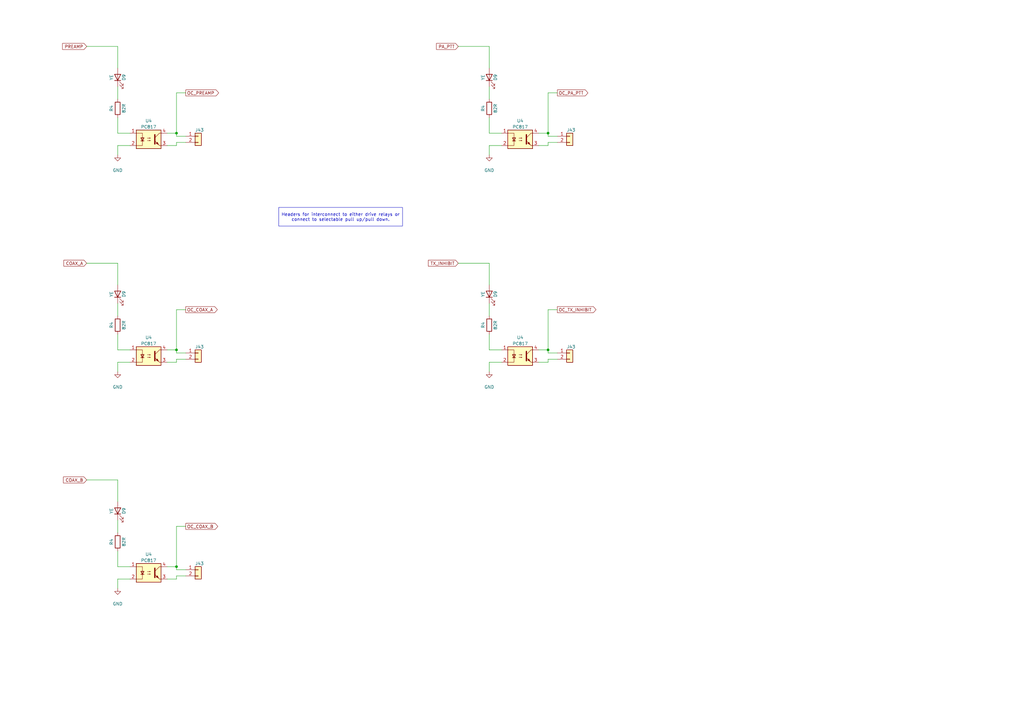
<source format=kicad_sch>
(kicad_sch (version 20230121) (generator eeschema)
  (paper "A3")
  (lib_symbols
    (symbol "Connector_Generic:Conn_01x02" (pin_names (offset 1.016) hide)
      (property "Reference" "J" (at 0 2.54 0))
      (property "Value" "Conn_01x02" (at 0 -5.08 0))
      (symbol "Conn_01x02_1_1"
        (rectangle (start -1.27 -2.413) (end 0 -2.667) (stroke (width 0.1524)))
        (rectangle (start -1.27 0.127) (end 0 -0.127) (stroke (width 0.1524)))
        (rectangle (start -1.27 1.27) (end 1.27 -3.81) (stroke (width 0.254)) (fill (type background)))
        (pin passive line (at -5.08 0 0) (length 3.81) (name "Pin_1") (number "1"))
        (pin passive line (at -5.08 -2.54 0) (length 3.81) (name "Pin_2") (number "2"))
      )
    )
    (symbol "Device:LED" (pin_numbers hide) (pin_names (offset 1.016) hide)
      (property "Reference" "D" (at 0 2.54 0))
      (property "Value" "LED" (at 0 -2.54 0))
      (symbol "LED_0_1"
        (polyline (pts (xy -1.27 -1.27) (xy -1.27 1.27)) (stroke (width 0.254)))
        (polyline (pts (xy -1.27 0) (xy 1.27 0)))
        (polyline (pts (xy 1.27 -1.27) (xy 1.27 1.27) (xy -1.27 0) (xy 1.27 -1.27)) (stroke (width 0.254)))
        (polyline (pts (xy -3.048 -0.762) (xy -4.572 -2.286) (xy -3.81 -2.286) (xy -4.572 -2.286) (xy -4.572 -1.524)))
        (polyline (pts (xy -1.778 -0.762) (xy -3.302 -2.286) (xy -2.54 -2.286) (xy -3.302 -2.286) (xy -3.302 -1.524)))
      )
      (symbol "LED_1_1"
        (pin passive line (at -3.81 0 0) (length 2.54) (name "K") (number "1"))
        (pin passive line (at 3.81 0 180) (length 2.54) (name "A") (number "2"))
      )
    )
    (symbol "Device:R" (pin_numbers hide) (pin_names (offset 0))
      (property "Reference" "R" (at 2.032 0 90))
      (property "Value" "R" (at 0 0 90))
      (symbol "R_0_1"
        (rectangle (start -1.016 -2.54) (end 1.016 2.54) (stroke (width 0.254)))
      )
      (symbol "R_1_1"
        (pin passive line (at 0 3.81 270) (length 1.27) (name "~") (number "1"))
        (pin passive line (at 0 -3.81 90) (length 1.27) (name "~") (number "2"))
      )
    )
    (symbol "Isolator:PC817" (pin_names (offset 1.016))
      (property "Reference" "U" (at -5.08 5.08 0))
      (property "Value" "PC817" (at 0 5.08 0))
      (symbol "PC817_0_1"
        (rectangle (start -5.08 3.81) (end 5.08 -3.81) (stroke (width 0.254)) (fill (type background)))
        (polyline (pts (xy -3.175 -0.635) (xy -1.905 -0.635)) (stroke (width 0.254)))
        (polyline (pts (xy 2.54 0.635) (xy 4.445 2.54)))
        (polyline (pts (xy 4.445 -2.54) (xy 2.54 -0.635)) (fill (type outline)))
        (polyline (pts (xy 4.445 -2.54) (xy 5.08 -2.54)))
        (polyline (pts (xy 4.445 2.54) (xy 5.08 2.54)))
        (polyline (pts (xy -5.08 2.54) (xy -2.54 2.54) (xy -2.54 -0.635)))
        (polyline (pts (xy -2.54 -0.635) (xy -2.54 -2.54) (xy -5.08 -2.54)))
        (polyline (pts (xy 2.54 1.905) (xy 2.54 -1.905) (xy 2.54 -1.905)) (stroke (width 0.508)))
        (polyline (pts (xy -2.54 -0.635) (xy -3.175 0.635) (xy -1.905 0.635) (xy -2.54 -0.635)) (stroke (width 0.254)))
        (polyline (pts (xy -0.508 -0.508) (xy 0.762 -0.508) (xy 0.381 -0.635) (xy 0.381 -0.381) (xy 0.762 -0.508)))
        (polyline (pts (xy -0.508 0.508) (xy 0.762 0.508) (xy 0.381 0.381) (xy 0.381 0.635) (xy 0.762 0.508)))
        (polyline (pts (xy 3.048 -1.651) (xy 3.556 -1.143) (xy 4.064 -2.159) (xy 3.048 -1.651) (xy 3.048 -1.651)) (fill (type outline)))
      )
      (symbol "PC817_1_1"
        (pin passive line (at -7.62 2.54 0) (length 2.54) (name "~") (number "1"))
        (pin passive line (at -7.62 -2.54 0) (length 2.54) (name "~") (number "2"))
        (pin passive line (at 7.62 -2.54 180) (length 2.54) (name "~") (number "3"))
        (pin passive line (at 7.62 2.54 180) (length 2.54) (name "~") (number "4"))
      )
    )
    (symbol "power:GND" (power) (pin_names (offset 0))
      (property "Value" "GND" (at 0 -3.81 0))
      (symbol "GND_0_1"
        (polyline (pts (xy 0 0) (xy 0 -1.27) (xy 1.27 -1.27) (xy 0 -2.54) (xy -1.27 -1.27) (xy 0 -1.27)))
      )
      (symbol "GND_1_1"
        (pin power_in line (at 0 0 270) (length 0) hide (name "GND") (number "1"))
      )
    )
  )
  (junction (at 224.79 143.51))
  (junction (at 72.39 143.51))
  (junction (at 72.39 232.41))
  (junction (at 72.39 54.61))
  (junction (at 224.79 54.61))
  (wire (pts (xy 228.6 38.1) (xy 224.79 38.1)))
  (wire (pts (xy 200.66 124.46) (xy 200.66 129.54)))
  (wire (pts (xy 48.26 35.56) (xy 48.26 40.64)))
  (wire (pts (xy 48.26 19.05) (xy 48.26 27.94)))
  (wire (pts (xy 72.39 236.22) (xy 72.39 237.49)))
  (wire (pts (xy 72.39 55.88) (xy 76.2 55.88)))
  (wire (pts (xy 76.2 38.1) (xy 72.39 38.1)))
  (wire (pts (xy 76.2 236.22) (xy 72.39 236.22)))
  (wire (pts (xy 35.56 19.05) (xy 48.26 19.05)))
  (wire (pts (xy 200.66 48.26) (xy 200.66 54.61)))
  (wire (pts (xy 48.26 107.95) (xy 48.26 116.84)))
  (wire (pts (xy 35.56 196.85) (xy 48.26 196.85)))
  (wire (pts (xy 224.79 148.59) (xy 224.79 147.32)))
  (wire (pts (xy 48.26 213.36) (xy 48.26 218.44)))
  (wire (pts (xy 53.34 237.49) (xy 48.26 237.49)))
  (wire (pts (xy 220.98 143.51) (xy 224.79 143.51)))
  (wire (pts (xy 48.26 226.06) (xy 48.26 232.41)))
  (wire (pts (xy 48.26 137.16) (xy 48.26 143.51)))
  (wire (pts (xy 72.39 237.49) (xy 68.58 237.49)))
  (wire (pts (xy 68.58 148.59) (xy 72.39 148.59)))
  (wire (pts (xy 72.39 38.1) (xy 72.39 54.61)))
  (wire (pts (xy 224.79 58.42) (xy 228.6 58.42)))
  (wire (pts (xy 224.79 59.69) (xy 224.79 58.42)))
  (wire (pts (xy 187.96 19.05) (xy 200.66 19.05)))
  (wire (pts (xy 72.39 215.9) (xy 72.39 232.41)))
  (wire (pts (xy 72.39 54.61) (xy 72.39 55.88)))
  (wire (pts (xy 68.58 59.69) (xy 72.39 59.69)))
  (wire (pts (xy 68.58 54.61) (xy 72.39 54.61)))
  (wire (pts (xy 224.79 54.61) (xy 224.79 55.88)))
  (wire (pts (xy 48.26 54.61) (xy 53.34 54.61)))
  (wire (pts (xy 200.66 143.51) (xy 205.74 143.51)))
  (wire (pts (xy 72.39 148.59) (xy 72.39 147.32)))
  (wire (pts (xy 35.56 107.95) (xy 48.26 107.95)))
  (wire (pts (xy 224.79 127) (xy 224.79 143.51)))
  (wire (pts (xy 187.96 107.95) (xy 200.66 107.95)))
  (wire (pts (xy 48.26 48.26) (xy 48.26 54.61)))
  (wire (pts (xy 68.58 143.51) (xy 72.39 143.51)))
  (wire (pts (xy 48.26 148.59) (xy 48.26 152.4)))
  (wire (pts (xy 72.39 232.41) (xy 72.39 233.68)))
  (wire (pts (xy 220.98 54.61) (xy 224.79 54.61)))
  (wire (pts (xy 53.34 148.59) (xy 48.26 148.59)))
  (wire (pts (xy 53.34 59.69) (xy 48.26 59.69)))
  (wire (pts (xy 200.66 148.59) (xy 200.66 152.4)))
  (wire (pts (xy 76.2 215.9) (xy 72.39 215.9)))
  (wire (pts (xy 220.98 59.69) (xy 224.79 59.69)))
  (wire (pts (xy 228.6 127) (xy 224.79 127)))
  (wire (pts (xy 224.79 55.88) (xy 228.6 55.88)))
  (wire (pts (xy 200.66 107.95) (xy 200.66 116.84)))
  (wire (pts (xy 205.74 148.59) (xy 200.66 148.59)))
  (wire (pts (xy 200.66 19.05) (xy 200.66 27.94)))
  (wire (pts (xy 72.39 58.42) (xy 76.2 58.42)))
  (wire (pts (xy 48.26 124.46) (xy 48.26 129.54)))
  (wire (pts (xy 76.2 127) (xy 72.39 127)))
  (wire (pts (xy 224.79 38.1) (xy 224.79 54.61)))
  (wire (pts (xy 220.98 148.59) (xy 224.79 148.59)))
  (wire (pts (xy 72.39 59.69) (xy 72.39 58.42)))
  (wire (pts (xy 205.74 59.69) (xy 200.66 59.69)))
  (wire (pts (xy 48.26 143.51) (xy 53.34 143.51)))
  (wire (pts (xy 200.66 137.16) (xy 200.66 143.51)))
  (wire (pts (xy 200.66 59.69) (xy 200.66 63.5)))
  (wire (pts (xy 224.79 147.32) (xy 228.6 147.32)))
  (wire (pts (xy 48.26 196.85) (xy 48.26 205.74)))
  (wire (pts (xy 200.66 35.56) (xy 200.66 40.64)))
  (wire (pts (xy 48.26 232.41) (xy 53.34 232.41)))
  (wire (pts (xy 224.79 144.78) (xy 228.6 144.78)))
  (wire (pts (xy 72.39 127) (xy 72.39 143.51)))
  (wire (pts (xy 200.66 54.61) (xy 205.74 54.61)))
  (wire (pts (xy 48.26 237.49) (xy 48.26 241.3)))
  (wire (pts (xy 72.39 143.51) (xy 72.39 144.78)))
  (wire (pts (xy 72.39 147.32) (xy 76.2 147.32)))
  (wire (pts (xy 68.58 232.41) (xy 72.39 232.41)))
  (wire (pts (xy 224.79 143.51) (xy 224.79 144.78)))
  (wire (pts (xy 48.26 59.69) (xy 48.26 63.5)))
  (wire (pts (xy 72.39 144.78) (xy 76.2 144.78)))
  (wire (pts (xy 72.39 233.68) (xy 76.2 233.68)))
  (text_box "Headers for interconnect to either drive relays or connect to selectable pull up/pull down." (at 114.3 85.09 0) (size 50.8 7.62) (effects (font (size 1.27 1.27))))
  (global_label "TX_INHIBIT" (shape input) (at 187.96 107.95 180) (property "Intersheetrefs" "${INTERSHEET_REFS}" (effects hide)))
  (global_label "OC_TX_INHIBIT" (shape output) (at 228.6 127 0) (property "Intersheetrefs" "${INTERSHEET_REFS}" (effects hide)))
  (global_label "COAX_A" (shape input) (at 35.56 107.95 180) (property "Intersheetrefs" "${INTERSHEET_REFS}" (effects hide)))
  (global_label "PA_PTT" (shape input) (at 187.96 19.05 180) (property "Intersheetrefs" "${INTERSHEET_REFS}" (effects hide)))
  (global_label "COAX_B" (shape input) (at 35.56 196.85 180) (property "Intersheetrefs" "${INTERSHEET_REFS}" (effects hide)))
  (global_label "OC_COAX_A" (shape output) (at 76.2 127 0) (property "Intersheetrefs" "${INTERSHEET_REFS}" (effects hide)))
  (global_label "OC_COAX_B" (shape output) (at 76.2 215.9 0) (property "Intersheetrefs" "${INTERSHEET_REFS}" (effects hide)))
  (global_label "OC_PREAMP" (shape output) (at 76.2 38.1 0) (property "Intersheetrefs" "${INTERSHEET_REFS}" (effects hide)))
  (global_label "OC_PA_PTT" (shape output) (at 228.6 38.1 0) (property "Intersheetrefs" "${INTERSHEET_REFS}" (effects hide)))
  (global_label "PREAMP" (shape input) (at 35.56 19.05 180) (property "Intersheetrefs" "${INTERSHEET_REFS}" (effects hide)))
  (symbol (lib_id "Isolator:PC817") (at 60.96 146.05 0) (unit 1)
    (property "Reference" "U4" (at 60.96 138.43 0))
    (property "Value" "PC817" (at 60.96 140.97 0))
    (property "Footprint" "Package_DIP:DIP-4_W7.62mm" (effects hide))
    (property "Datasheet" "http://www.soselectronic.cz/a_info/resource/d/pc817.pdf" (effects hide))
    (instances (project "LB6ZH Sequencer" (path "" (reference "U4") (unit 1)) (path "" (reference "U4") (unit 1)) (path "" (reference "U3") (unit 1))) (project "" (path "" (reference "U1") (unit 1))))
  )
  (symbol (lib_id "power:GND") (at 200.66 152.4 0) (unit 1)
    (property "Reference" "#PWR06" (effects hide))
    (property "Value" "GND" (at 200.66 158.75 0))
    (instances (project "LB6ZH Sequencer" (path "" (reference "#PWR06") (unit 1)) (path "" (reference "#PWR034") (unit 1)) (path "" (reference "#PWR010") (unit 1))))
  )
  (symbol (lib_id "power:GND") (at 48.26 63.5 0) (unit 1)
    (property "Reference" "#PWR06" (effects hide))
    (property "Value" "GND" (at 48.26 69.85 0))
  )
  (symbol (lib_id "Device:LED") (at 48.26 31.75 90) (unit 1)
    (property "Reference" "D9" (at 50.8 31.75 0))
    (property "Value" "YE" (at 45.72 31.75 0))
    (property "Footprint" "LED_THT:LED_D5.0mm_Clear" (effects hide))
    (instances (project "LB6ZH Sequencer" (path "" (reference "D9") (unit 1)) (path "" (reference "D5") (unit 1)) (path "" (reference "D3") (unit 1))))
  )
  (symbol (lib_id "Device:LED") (at 200.66 120.65 90) (unit 1)
    (property "Reference" "D9" (at 203.2 120.65 0))
    (property "Value" "YE" (at 198.12 120.65 0))
    (property "Footprint" "LED_THT:LED_D5.0mm_Clear" (effects hide))
    (instances (project "LB6ZH Sequencer" (path "" (reference "D9") (unit 1)) (path "" (reference "D13") (unit 1)) (path "" (reference "D7") (unit 1))))
  )
  (symbol (lib_id "Connector_Generic:Conn_01x02") (at 233.68 144.78 0) (unit 1)
    (property "Reference" "J43" (at 232.41 142.24 0) (effects (justify left)))
    (property "Value" "Conn_01x02" (effects hide))
    (property "Footprint" "Connector_PinHeader_2.54mm:PinHeader_1x02_P2.54mm_Vertical" (effects hide))
    (instances (project "LB6ZH Sequencer" (path "" (reference "J43") (unit 1)) (path "" (reference "J20") (unit 1)) (path "" (reference "J8") (unit 1))))
  )
  (symbol (lib_id "Isolator:PC817") (at 213.36 57.15 0) (unit 1)
    (property "Reference" "U4" (at 213.36 49.53 0))
    (property "Value" "PC817" (at 213.36 52.07 0))
    (property "Footprint" "Package_DIP:DIP-4_W7.62mm" (effects hide))
    (property "Datasheet" "http://www.soselectronic.cz/a_info/resource/d/pc817.pdf" (effects hide))
    (instances (project "LB6ZH Sequencer" (path "" (reference "U4") (unit 1)) (path "" (reference "U6") (unit 1)) (path "" (reference "U5") (unit 1))) (project "" (path "" (reference "U1") (unit 1))))
  )
  (symbol (lib_id "Isolator:PC817") (at 60.96 57.15 0) (unit 1)
    (property "Reference" "U4" (at 60.96 49.53 0))
    (property "Value" "PC817" (at 60.96 52.07 0))
    (property "Footprint" "Package_DIP:DIP-4_W7.62mm" (effects hide))
    (property "Datasheet" "http://www.soselectronic.cz/a_info/resource/d/pc817.pdf" (effects hide))
    (instances (project "LB6ZH Sequencer" (path "" (reference "U4") (unit 1)) (path "" (reference "U3") (unit 1)) (path "" (reference "U2") (unit 1))) (project "" (path "" (reference "U1") (unit 1))))
  )
  (symbol (lib_id "Connector_Generic:Conn_01x02") (at 81.28 233.68 0) (unit 1)
    (property "Reference" "J43" (at 80.01 231.14 0) (effects (justify left)))
    (property "Value" "Conn_01x02" (effects hide))
    (property "Footprint" "Connector_PinHeader_2.54mm:PinHeader_1x02_P2.54mm_Vertical" (effects hide))
    (instances (project "LB6ZH Sequencer" (path "" (reference "J43") (unit 1)) (path "" (reference "J20") (unit 1)) (path "" (reference "J6") (unit 1))))
  )
  (symbol (lib_id "Device:R") (at 200.66 44.45 180) (unit 1)
    (property "Reference" "R4" (at 198.12 44.45 90))
    (property "Value" "82R" (at 203.2 44.45 90))
    (property "Footprint" "Resistor_THT:R_Axial_DIN0207_L6.3mm_D2.5mm_P10.16mm_Horizontal" (effects hide))
    (instances (project "LB6ZH Sequencer" (path "" (reference "R4") (unit 1)) (path "" (reference "R7") (unit 1)) (path "" (reference "R8") (unit 1))))
  )
  (symbol (lib_id "Device:R") (at 48.26 44.45 180) (unit 1)
    (property "Reference" "R4" (at 45.72 44.45 90))
    (property "Value" "82R" (at 50.8 44.45 90))
    (property "Footprint" "Resistor_THT:R_Axial_DIN0207_L6.3mm_D2.5mm_P10.16mm_Horizontal" (effects hide))
    (instances (project "LB6ZH Sequencer" (path "" (reference "R4") (unit 1)) (path "" (reference "R4") (unit 1)) (path "" (reference "R5") (unit 1))))
  )
  (symbol (lib_id "Device:LED") (at 48.26 120.65 90) (unit 1)
    (property "Reference" "D9" (at 50.8 120.65 0))
    (property "Value" "YE" (at 45.72 120.65 0))
    (property "Footprint" "LED_THT:LED_D5.0mm_Clear" (effects hide))
    (instances (project "LB6ZH Sequencer" (path "" (reference "D9") (unit 1)) (path "" (reference "D6") (unit 1)) (path "" (reference "D4") (unit 1))))
  )
  (symbol (lib_id "Device:R") (at 48.26 222.25 180) (unit 1)
    (property "Reference" "R4" (at 45.72 222.25 90))
    (property "Value" "82R" (at 50.8 222.25 90))
    (property "Footprint" "Resistor_THT:R_Axial_DIN0207_L6.3mm_D2.5mm_P10.16mm_Horizontal" (effects hide))
    (instances (project "LB6ZH Sequencer" (path "" (reference "R4") (unit 1)) (path "" (reference "R6") (unit 1)) (path "" (reference "R7") (unit 1))))
  )
  (symbol (lib_id "Connector_Generic:Conn_01x02") (at 233.68 55.88 0) (unit 1)
    (property "Reference" "J43" (at 232.41 53.34 0) (effects (justify left)))
    (property "Value" "Conn_01x02" (effects hide))
    (property "Footprint" "Connector_PinHeader_2.54mm:PinHeader_1x02_P2.54mm_Vertical" (effects hide))
    (instances (project "LB6ZH Sequencer" (path "" (reference "J43") (unit 1)) (path "" (reference "J20") (unit 1)) (path "" (reference "J7") (unit 1))))
  )
  (symbol (lib_id "Isolator:PC817") (at 213.36 146.05 0) (unit 1)
    (property "Reference" "U4" (at 213.36 138.43 0))
    (property "Value" "PC817" (at 213.36 140.97 0))
    (property "Footprint" "Package_DIP:DIP-4_W7.62mm" (effects hide))
    (property "Datasheet" "http://www.soselectronic.cz/a_info/resource/d/pc817.pdf" (effects hide))
    (instances (project "LB6ZH Sequencer" (path "" (reference "U4") (unit 1)) (path "" (reference "U7") (unit 1)) (path "" (reference "U6") (unit 1))) (project "" (path "" (reference "U1") (unit 1))))
  )
  (symbol (lib_id "Isolator:PC817") (at 60.96 234.95 0) (unit 1)
    (property "Reference" "U4" (at 60.96 227.33 0))
    (property "Value" "PC817" (at 60.96 229.87 0))
    (property "Footprint" "Package_DIP:DIP-4_W7.62mm" (effects hide))
    (property "Datasheet" "http://www.soselectronic.cz/a_info/resource/d/pc817.pdf" (effects hide))
    (instances (project "LB6ZH Sequencer" (path "" (reference "U4") (unit 1)) (path "" (reference "U5") (unit 1)) (path "" (reference "U4") (unit 1))) (project "" (path "" (reference "U1") (unit 1))))
  )
  (symbol (lib_id "power:GND") (at 48.26 152.4 0) (unit 1)
    (property "Reference" "#PWR06" (effects hide))
    (property "Value" "GND" (at 48.26 158.75 0))
    (instances (project "LB6ZH Sequencer" (path "" (reference "#PWR06") (unit 1)) (path "" (reference "#PWR07") (unit 1)) (path "" (reference "#PWR07") (unit 1))))
  )
  (symbol (lib_id "Connector_Generic:Conn_01x02") (at 81.28 144.78 0) (unit 1)
    (property "Reference" "J43" (at 80.01 142.24 0) (effects (justify left)))
    (property "Value" "Conn_01x02" (effects hide))
    (property "Footprint" "Connector_PinHeader_2.54mm:PinHeader_1x02_P2.54mm_Vertical" (effects hide))
    (instances (project "LB6ZH Sequencer" (path "" (reference "J43") (unit 1)) (path "" (reference "J20") (unit 1)) (path "" (reference "J5") (unit 1))))
  )
  (symbol (lib_id "Device:R") (at 200.66 133.35 180) (unit 1)
    (property "Reference" "R4" (at 198.12 133.35 90))
    (property "Value" "82R" (at 203.2 133.35 90))
    (property "Footprint" "Resistor_THT:R_Axial_DIN0207_L6.3mm_D2.5mm_P10.16mm_Horizontal" (effects hide))
    (instances (project "LB6ZH Sequencer" (path "" (reference "R4") (unit 1)) (path "" (reference "R8") (unit 1)) (path "" (reference "R9") (unit 1))))
  )
  (symbol (lib_id "Device:LED") (at 48.26 209.55 90) (unit 1)
    (property "Reference" "D9" (at 50.8 209.55 0))
    (property "Value" "YE" (at 45.72 209.55 0))
    (property "Footprint" "LED_THT:LED_D5.0mm_Clear" (effects hide))
    (instances (project "LB6ZH Sequencer" (path "" (reference "D9") (unit 1)) (path "" (reference "D8") (unit 1)) (path "" (reference "D5") (unit 1))))
  )
  (symbol (lib_id "Device:R") (at 48.26 133.35 180) (unit 1)
    (property "Reference" "R4" (at 45.72 133.35 90))
    (property "Value" "82R" (at 50.8 133.35 90))
    (property "Footprint" "Resistor_THT:R_Axial_DIN0207_L6.3mm_D2.5mm_P10.16mm_Horizontal" (effects hide))
    (instances (project "LB6ZH Sequencer" (path "" (reference "R4") (unit 1)) (path "" (reference "R5") (unit 1)) (path "" (reference "R6") (unit 1))))
  )
  (symbol (lib_id "Device:LED") (at 200.66 31.75 90) (unit 1)
    (property "Reference" "D9" (at 203.2 31.75 0))
    (property "Value" "YE" (at 198.12 31.75 0))
    (property "Footprint" "LED_THT:LED_D5.0mm_Clear" (effects hide))
    (instances (project "LB6ZH Sequencer" (path "" (reference "D9") (unit 1)) (path "" (reference "D11") (unit 1)) (path "" (reference "D6") (unit 1))))
  )
  (symbol (lib_id "power:GND") (at 48.26 241.3 0) (unit 1)
    (property "Reference" "#PWR06" (effects hide))
    (property "Value" "GND" (at 48.26 247.65 0))
    (instances (project "LB6ZH Sequencer" (path "" (reference "#PWR06") (unit 1)) (path "" (reference "#PWR013") (unit 1)) (path "" (reference "#PWR08") (unit 1))))
  )
  (symbol (lib_id "power:GND") (at 200.66 63.5 0) (unit 1)
    (property "Reference" "#PWR06" (effects hide))
    (property "Value" "GND" (at 200.66 69.85 0))
    (instances (project "LB6ZH Sequencer" (path "" (reference "#PWR06") (unit 1)) (path "" (reference "#PWR025") (unit 1)) (path "" (reference "#PWR09") (unit 1))))
  )
  (symbol (lib_id "Connector_Generic:Conn_01x02") (at 81.28 55.88 0) (unit 1)
    (property "Reference" "J43" (at 80.01 53.34 0) (effects (justify left)))
    (property "Value" "Conn_01x02" (effects hide))
    (property "Footprint" "Connector_PinHeader_2.54mm:PinHeader_1x02_P2.54mm_Vertical" (effects hide))
    (instances (project "LB6ZH Sequencer" (path "" (reference "J43") (unit 1)) (path "" (reference "J20") (unit 1)) (path "" (reference "J4") (unit 1))))
  )
)
</source>
